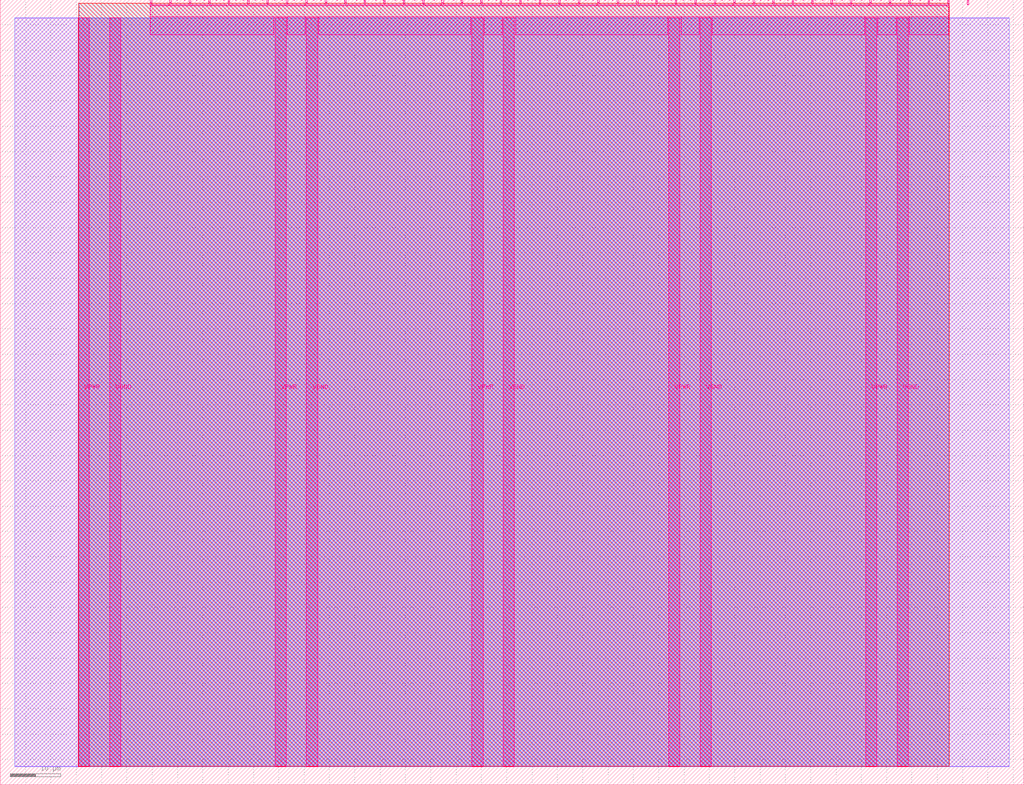
<source format=lef>
VERSION 5.7 ;
  NOWIREEXTENSIONATPIN ON ;
  DIVIDERCHAR "/" ;
  BUSBITCHARS "[]" ;
MACRO tt_um_wokwi_434917760986646529
  CLASS BLOCK ;
  FOREIGN tt_um_wokwi_434917760986646529 ;
  ORIGIN 0.000 0.000 ;
  SIZE 202.080 BY 154.980 ;
  PIN VGND
    DIRECTION INOUT ;
    USE GROUND ;
    PORT
      LAYER Metal5 ;
        RECT 21.580 3.560 23.780 151.420 ;
    END
    PORT
      LAYER Metal5 ;
        RECT 60.450 3.560 62.650 151.420 ;
    END
    PORT
      LAYER Metal5 ;
        RECT 99.320 3.560 101.520 151.420 ;
    END
    PORT
      LAYER Metal5 ;
        RECT 138.190 3.560 140.390 151.420 ;
    END
    PORT
      LAYER Metal5 ;
        RECT 177.060 3.560 179.260 151.420 ;
    END
  END VGND
  PIN VPWR
    DIRECTION INOUT ;
    USE POWER ;
    PORT
      LAYER Metal5 ;
        RECT 15.380 3.560 17.580 151.420 ;
    END
    PORT
      LAYER Metal5 ;
        RECT 54.250 3.560 56.450 151.420 ;
    END
    PORT
      LAYER Metal5 ;
        RECT 93.120 3.560 95.320 151.420 ;
    END
    PORT
      LAYER Metal5 ;
        RECT 131.990 3.560 134.190 151.420 ;
    END
    PORT
      LAYER Metal5 ;
        RECT 170.860 3.560 173.060 151.420 ;
    END
  END VPWR
  PIN clk
    DIRECTION INPUT ;
    USE SIGNAL ;
    ANTENNAGATEAREA 0.192400 ;
    PORT
      LAYER Metal5 ;
        RECT 187.050 153.980 187.350 154.980 ;
    END
  END clk
  PIN ena
    DIRECTION INPUT ;
    USE SIGNAL ;
    PORT
      LAYER Metal5 ;
        RECT 190.890 153.980 191.190 154.980 ;
    END
  END ena
  PIN rst_n
    DIRECTION INPUT ;
    USE SIGNAL ;
    PORT
      LAYER Metal5 ;
        RECT 183.210 153.980 183.510 154.980 ;
    END
  END rst_n
  PIN ui_in[0]
    DIRECTION INPUT ;
    USE SIGNAL ;
    ANTENNAGATEAREA 0.180700 ;
    PORT
      LAYER Metal5 ;
        RECT 179.370 153.980 179.670 154.980 ;
    END
  END ui_in[0]
  PIN ui_in[1]
    DIRECTION INPUT ;
    USE SIGNAL ;
    ANTENNAGATEAREA 0.180700 ;
    PORT
      LAYER Metal5 ;
        RECT 175.530 153.980 175.830 154.980 ;
    END
  END ui_in[1]
  PIN ui_in[2]
    DIRECTION INPUT ;
    USE SIGNAL ;
    ANTENNAGATEAREA 0.180700 ;
    PORT
      LAYER Metal5 ;
        RECT 171.690 153.980 171.990 154.980 ;
    END
  END ui_in[2]
  PIN ui_in[3]
    DIRECTION INPUT ;
    USE SIGNAL ;
    ANTENNAGATEAREA 0.180700 ;
    PORT
      LAYER Metal5 ;
        RECT 167.850 153.980 168.150 154.980 ;
    END
  END ui_in[3]
  PIN ui_in[4]
    DIRECTION INPUT ;
    USE SIGNAL ;
    ANTENNAGATEAREA 0.180700 ;
    PORT
      LAYER Metal5 ;
        RECT 164.010 153.980 164.310 154.980 ;
    END
  END ui_in[4]
  PIN ui_in[5]
    DIRECTION INPUT ;
    USE SIGNAL ;
    ANTENNAGATEAREA 0.180700 ;
    PORT
      LAYER Metal5 ;
        RECT 160.170 153.980 160.470 154.980 ;
    END
  END ui_in[5]
  PIN ui_in[6]
    DIRECTION INPUT ;
    USE SIGNAL ;
    ANTENNAGATEAREA 0.180700 ;
    PORT
      LAYER Metal5 ;
        RECT 156.330 153.980 156.630 154.980 ;
    END
  END ui_in[6]
  PIN ui_in[7]
    DIRECTION INPUT ;
    USE SIGNAL ;
    ANTENNAGATEAREA 0.180700 ;
    PORT
      LAYER Metal5 ;
        RECT 152.490 153.980 152.790 154.980 ;
    END
  END ui_in[7]
  PIN uio_in[0]
    DIRECTION INPUT ;
    USE SIGNAL ;
    PORT
      LAYER Metal5 ;
        RECT 148.650 153.980 148.950 154.980 ;
    END
  END uio_in[0]
  PIN uio_in[1]
    DIRECTION INPUT ;
    USE SIGNAL ;
    PORT
      LAYER Metal5 ;
        RECT 144.810 153.980 145.110 154.980 ;
    END
  END uio_in[1]
  PIN uio_in[2]
    DIRECTION INPUT ;
    USE SIGNAL ;
    PORT
      LAYER Metal5 ;
        RECT 140.970 153.980 141.270 154.980 ;
    END
  END uio_in[2]
  PIN uio_in[3]
    DIRECTION INPUT ;
    USE SIGNAL ;
    PORT
      LAYER Metal5 ;
        RECT 137.130 153.980 137.430 154.980 ;
    END
  END uio_in[3]
  PIN uio_in[4]
    DIRECTION INPUT ;
    USE SIGNAL ;
    PORT
      LAYER Metal5 ;
        RECT 133.290 153.980 133.590 154.980 ;
    END
  END uio_in[4]
  PIN uio_in[5]
    DIRECTION INPUT ;
    USE SIGNAL ;
    PORT
      LAYER Metal5 ;
        RECT 129.450 153.980 129.750 154.980 ;
    END
  END uio_in[5]
  PIN uio_in[6]
    DIRECTION INPUT ;
    USE SIGNAL ;
    PORT
      LAYER Metal5 ;
        RECT 125.610 153.980 125.910 154.980 ;
    END
  END uio_in[6]
  PIN uio_in[7]
    DIRECTION INPUT ;
    USE SIGNAL ;
    PORT
      LAYER Metal5 ;
        RECT 121.770 153.980 122.070 154.980 ;
    END
  END uio_in[7]
  PIN uio_oe[0]
    DIRECTION OUTPUT ;
    USE SIGNAL ;
    ANTENNADIFFAREA 0.299200 ;
    PORT
      LAYER Metal5 ;
        RECT 56.490 153.980 56.790 154.980 ;
    END
  END uio_oe[0]
  PIN uio_oe[1]
    DIRECTION OUTPUT ;
    USE SIGNAL ;
    ANTENNADIFFAREA 0.299200 ;
    PORT
      LAYER Metal5 ;
        RECT 52.650 153.980 52.950 154.980 ;
    END
  END uio_oe[1]
  PIN uio_oe[2]
    DIRECTION OUTPUT ;
    USE SIGNAL ;
    ANTENNADIFFAREA 0.299200 ;
    PORT
      LAYER Metal5 ;
        RECT 48.810 153.980 49.110 154.980 ;
    END
  END uio_oe[2]
  PIN uio_oe[3]
    DIRECTION OUTPUT ;
    USE SIGNAL ;
    ANTENNADIFFAREA 0.299200 ;
    PORT
      LAYER Metal5 ;
        RECT 44.970 153.980 45.270 154.980 ;
    END
  END uio_oe[3]
  PIN uio_oe[4]
    DIRECTION OUTPUT ;
    USE SIGNAL ;
    ANTENNADIFFAREA 0.299200 ;
    PORT
      LAYER Metal5 ;
        RECT 41.130 153.980 41.430 154.980 ;
    END
  END uio_oe[4]
  PIN uio_oe[5]
    DIRECTION OUTPUT ;
    USE SIGNAL ;
    ANTENNADIFFAREA 0.299200 ;
    PORT
      LAYER Metal5 ;
        RECT 37.290 153.980 37.590 154.980 ;
    END
  END uio_oe[5]
  PIN uio_oe[6]
    DIRECTION OUTPUT ;
    USE SIGNAL ;
    ANTENNADIFFAREA 0.299200 ;
    PORT
      LAYER Metal5 ;
        RECT 33.450 153.980 33.750 154.980 ;
    END
  END uio_oe[6]
  PIN uio_oe[7]
    DIRECTION OUTPUT ;
    USE SIGNAL ;
    ANTENNADIFFAREA 0.299200 ;
    PORT
      LAYER Metal5 ;
        RECT 29.610 153.980 29.910 154.980 ;
    END
  END uio_oe[7]
  PIN uio_out[0]
    DIRECTION OUTPUT ;
    USE SIGNAL ;
    ANTENNADIFFAREA 0.299200 ;
    PORT
      LAYER Metal5 ;
        RECT 87.210 153.980 87.510 154.980 ;
    END
  END uio_out[0]
  PIN uio_out[1]
    DIRECTION OUTPUT ;
    USE SIGNAL ;
    ANTENNADIFFAREA 0.299200 ;
    PORT
      LAYER Metal5 ;
        RECT 83.370 153.980 83.670 154.980 ;
    END
  END uio_out[1]
  PIN uio_out[2]
    DIRECTION OUTPUT ;
    USE SIGNAL ;
    ANTENNADIFFAREA 0.299200 ;
    PORT
      LAYER Metal5 ;
        RECT 79.530 153.980 79.830 154.980 ;
    END
  END uio_out[2]
  PIN uio_out[3]
    DIRECTION OUTPUT ;
    USE SIGNAL ;
    ANTENNADIFFAREA 0.299200 ;
    PORT
      LAYER Metal5 ;
        RECT 75.690 153.980 75.990 154.980 ;
    END
  END uio_out[3]
  PIN uio_out[4]
    DIRECTION OUTPUT ;
    USE SIGNAL ;
    ANTENNADIFFAREA 0.299200 ;
    PORT
      LAYER Metal5 ;
        RECT 71.850 153.980 72.150 154.980 ;
    END
  END uio_out[4]
  PIN uio_out[5]
    DIRECTION OUTPUT ;
    USE SIGNAL ;
    ANTENNADIFFAREA 0.299200 ;
    PORT
      LAYER Metal5 ;
        RECT 68.010 153.980 68.310 154.980 ;
    END
  END uio_out[5]
  PIN uio_out[6]
    DIRECTION OUTPUT ;
    USE SIGNAL ;
    ANTENNADIFFAREA 0.299200 ;
    PORT
      LAYER Metal5 ;
        RECT 64.170 153.980 64.470 154.980 ;
    END
  END uio_out[6]
  PIN uio_out[7]
    DIRECTION OUTPUT ;
    USE SIGNAL ;
    ANTENNADIFFAREA 0.299200 ;
    PORT
      LAYER Metal5 ;
        RECT 60.330 153.980 60.630 154.980 ;
    END
  END uio_out[7]
  PIN uo_out[0]
    DIRECTION OUTPUT ;
    USE SIGNAL ;
    ANTENNADIFFAREA 0.654800 ;
    PORT
      LAYER Metal5 ;
        RECT 117.930 153.980 118.230 154.980 ;
    END
  END uo_out[0]
  PIN uo_out[1]
    DIRECTION OUTPUT ;
    USE SIGNAL ;
    ANTENNADIFFAREA 0.654800 ;
    PORT
      LAYER Metal5 ;
        RECT 114.090 153.980 114.390 154.980 ;
    END
  END uo_out[1]
  PIN uo_out[2]
    DIRECTION OUTPUT ;
    USE SIGNAL ;
    ANTENNADIFFAREA 0.654800 ;
    PORT
      LAYER Metal5 ;
        RECT 110.250 153.980 110.550 154.980 ;
    END
  END uo_out[2]
  PIN uo_out[3]
    DIRECTION OUTPUT ;
    USE SIGNAL ;
    ANTENNADIFFAREA 0.654800 ;
    PORT
      LAYER Metal5 ;
        RECT 106.410 153.980 106.710 154.980 ;
    END
  END uo_out[3]
  PIN uo_out[4]
    DIRECTION OUTPUT ;
    USE SIGNAL ;
    ANTENNADIFFAREA 0.654800 ;
    PORT
      LAYER Metal5 ;
        RECT 102.570 153.980 102.870 154.980 ;
    END
  END uo_out[4]
  PIN uo_out[5]
    DIRECTION OUTPUT ;
    USE SIGNAL ;
    ANTENNADIFFAREA 0.654800 ;
    PORT
      LAYER Metal5 ;
        RECT 98.730 153.980 99.030 154.980 ;
    END
  END uo_out[5]
  PIN uo_out[6]
    DIRECTION OUTPUT ;
    USE SIGNAL ;
    ANTENNADIFFAREA 0.654800 ;
    PORT
      LAYER Metal5 ;
        RECT 94.890 153.980 95.190 154.980 ;
    END
  END uo_out[6]
  PIN uo_out[7]
    DIRECTION OUTPUT ;
    USE SIGNAL ;
    ANTENNADIFFAREA 0.654800 ;
    PORT
      LAYER Metal5 ;
        RECT 91.050 153.980 91.350 154.980 ;
    END
  END uo_out[7]
  OBS
      LAYER GatPoly ;
        RECT 2.880 3.630 199.200 151.350 ;
      LAYER Metal1 ;
        RECT 2.880 3.560 199.200 151.420 ;
      LAYER Metal2 ;
        RECT 15.515 3.680 187.345 151.300 ;
      LAYER Metal3 ;
        RECT 15.560 3.635 187.300 154.285 ;
      LAYER Metal4 ;
        RECT 15.515 3.680 187.345 154.240 ;
      LAYER Metal5 ;
        RECT 30.120 153.770 33.240 153.980 ;
        RECT 33.960 153.770 37.080 153.980 ;
        RECT 37.800 153.770 40.920 153.980 ;
        RECT 41.640 153.770 44.760 153.980 ;
        RECT 45.480 153.770 48.600 153.980 ;
        RECT 49.320 153.770 52.440 153.980 ;
        RECT 53.160 153.770 56.280 153.980 ;
        RECT 57.000 153.770 60.120 153.980 ;
        RECT 60.840 153.770 63.960 153.980 ;
        RECT 64.680 153.770 67.800 153.980 ;
        RECT 68.520 153.770 71.640 153.980 ;
        RECT 72.360 153.770 75.480 153.980 ;
        RECT 76.200 153.770 79.320 153.980 ;
        RECT 80.040 153.770 83.160 153.980 ;
        RECT 83.880 153.770 87.000 153.980 ;
        RECT 87.720 153.770 90.840 153.980 ;
        RECT 91.560 153.770 94.680 153.980 ;
        RECT 95.400 153.770 98.520 153.980 ;
        RECT 99.240 153.770 102.360 153.980 ;
        RECT 103.080 153.770 106.200 153.980 ;
        RECT 106.920 153.770 110.040 153.980 ;
        RECT 110.760 153.770 113.880 153.980 ;
        RECT 114.600 153.770 117.720 153.980 ;
        RECT 118.440 153.770 121.560 153.980 ;
        RECT 122.280 153.770 125.400 153.980 ;
        RECT 126.120 153.770 129.240 153.980 ;
        RECT 129.960 153.770 133.080 153.980 ;
        RECT 133.800 153.770 136.920 153.980 ;
        RECT 137.640 153.770 140.760 153.980 ;
        RECT 141.480 153.770 144.600 153.980 ;
        RECT 145.320 153.770 148.440 153.980 ;
        RECT 149.160 153.770 152.280 153.980 ;
        RECT 153.000 153.770 156.120 153.980 ;
        RECT 156.840 153.770 159.960 153.980 ;
        RECT 160.680 153.770 163.800 153.980 ;
        RECT 164.520 153.770 167.640 153.980 ;
        RECT 168.360 153.770 171.480 153.980 ;
        RECT 172.200 153.770 175.320 153.980 ;
        RECT 176.040 153.770 179.160 153.980 ;
        RECT 179.880 153.770 183.000 153.980 ;
        RECT 183.720 153.770 186.840 153.980 ;
        RECT 29.660 151.630 187.300 153.770 ;
        RECT 29.660 148.115 54.040 151.630 ;
        RECT 56.660 148.115 60.240 151.630 ;
        RECT 62.860 148.115 92.910 151.630 ;
        RECT 95.530 148.115 99.110 151.630 ;
        RECT 101.730 148.115 131.780 151.630 ;
        RECT 134.400 148.115 137.980 151.630 ;
        RECT 140.600 148.115 170.650 151.630 ;
        RECT 173.270 148.115 176.850 151.630 ;
        RECT 179.470 148.115 187.300 151.630 ;
  END
END tt_um_wokwi_434917760986646529
END LIBRARY


</source>
